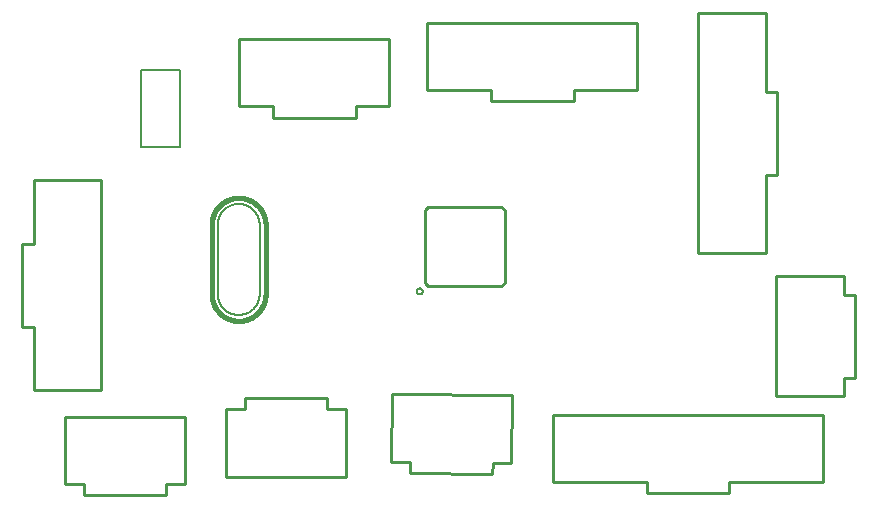
<source format=gto>
G75*
%MOIN*%
%OFA0B0*%
%FSLAX25Y25*%
%IPPOS*%
%LPD*%
%AMOC8*
5,1,8,0,0,1.08239X$1,22.5*
%
%ADD10C,0.01600*%
%ADD11C,0.00600*%
%ADD12C,0.01000*%
%ADD13C,0.00800*%
D10*
X0074400Y0075575D02*
X0074400Y0098575D01*
X0074403Y0098794D01*
X0074411Y0099013D01*
X0074424Y0099232D01*
X0074443Y0099450D01*
X0074467Y0099668D01*
X0074496Y0099885D01*
X0074530Y0100102D01*
X0074570Y0100317D01*
X0074615Y0100532D01*
X0074666Y0100745D01*
X0074721Y0100957D01*
X0074782Y0101168D01*
X0074847Y0101377D01*
X0074918Y0101584D01*
X0074994Y0101790D01*
X0075075Y0101994D01*
X0075160Y0102196D01*
X0075251Y0102395D01*
X0075346Y0102592D01*
X0075447Y0102787D01*
X0075552Y0102980D01*
X0075661Y0103170D01*
X0075775Y0103357D01*
X0075894Y0103541D01*
X0076017Y0103722D01*
X0076145Y0103900D01*
X0076277Y0104076D01*
X0076413Y0104247D01*
X0076553Y0104416D01*
X0076697Y0104581D01*
X0076845Y0104742D01*
X0076997Y0104900D01*
X0077153Y0105054D01*
X0077313Y0105204D01*
X0077476Y0105351D01*
X0077643Y0105493D01*
X0077813Y0105631D01*
X0077987Y0105765D01*
X0078163Y0105895D01*
X0078343Y0106020D01*
X0078526Y0106141D01*
X0078712Y0106257D01*
X0078900Y0106369D01*
X0079091Y0106476D01*
X0079285Y0106579D01*
X0079481Y0106677D01*
X0079679Y0106770D01*
X0079880Y0106858D01*
X0080083Y0106941D01*
X0080288Y0107020D01*
X0080494Y0107093D01*
X0080702Y0107161D01*
X0080912Y0107224D01*
X0081124Y0107282D01*
X0081336Y0107335D01*
X0081550Y0107383D01*
X0081765Y0107425D01*
X0081981Y0107462D01*
X0082198Y0107494D01*
X0082416Y0107521D01*
X0082634Y0107542D01*
X0082852Y0107558D01*
X0083071Y0107569D01*
X0083290Y0107574D01*
X0083510Y0107574D01*
X0083729Y0107569D01*
X0083948Y0107558D01*
X0084166Y0107542D01*
X0084384Y0107521D01*
X0084602Y0107494D01*
X0084819Y0107462D01*
X0085035Y0107425D01*
X0085250Y0107383D01*
X0085464Y0107335D01*
X0085676Y0107282D01*
X0085888Y0107224D01*
X0086098Y0107161D01*
X0086306Y0107093D01*
X0086512Y0107020D01*
X0086717Y0106941D01*
X0086920Y0106858D01*
X0087121Y0106770D01*
X0087319Y0106677D01*
X0087515Y0106579D01*
X0087709Y0106476D01*
X0087900Y0106369D01*
X0088088Y0106257D01*
X0088274Y0106141D01*
X0088457Y0106020D01*
X0088637Y0105895D01*
X0088813Y0105765D01*
X0088987Y0105631D01*
X0089157Y0105493D01*
X0089324Y0105351D01*
X0089487Y0105204D01*
X0089647Y0105054D01*
X0089803Y0104900D01*
X0089955Y0104742D01*
X0090103Y0104581D01*
X0090247Y0104416D01*
X0090387Y0104247D01*
X0090523Y0104076D01*
X0090655Y0103900D01*
X0090783Y0103722D01*
X0090906Y0103541D01*
X0091025Y0103357D01*
X0091139Y0103170D01*
X0091248Y0102980D01*
X0091353Y0102787D01*
X0091454Y0102592D01*
X0091549Y0102395D01*
X0091640Y0102196D01*
X0091725Y0101994D01*
X0091806Y0101790D01*
X0091882Y0101584D01*
X0091953Y0101377D01*
X0092018Y0101168D01*
X0092079Y0100957D01*
X0092134Y0100745D01*
X0092185Y0100532D01*
X0092230Y0100317D01*
X0092270Y0100102D01*
X0092304Y0099885D01*
X0092333Y0099668D01*
X0092357Y0099450D01*
X0092376Y0099232D01*
X0092389Y0099013D01*
X0092397Y0098794D01*
X0092400Y0098575D01*
X0092400Y0075575D01*
X0092397Y0075356D01*
X0092389Y0075137D01*
X0092376Y0074918D01*
X0092357Y0074700D01*
X0092333Y0074482D01*
X0092304Y0074265D01*
X0092270Y0074048D01*
X0092230Y0073833D01*
X0092185Y0073618D01*
X0092134Y0073405D01*
X0092079Y0073193D01*
X0092018Y0072982D01*
X0091953Y0072773D01*
X0091882Y0072566D01*
X0091806Y0072360D01*
X0091725Y0072156D01*
X0091640Y0071954D01*
X0091549Y0071755D01*
X0091454Y0071558D01*
X0091353Y0071363D01*
X0091248Y0071170D01*
X0091139Y0070980D01*
X0091025Y0070793D01*
X0090906Y0070609D01*
X0090783Y0070428D01*
X0090655Y0070250D01*
X0090523Y0070074D01*
X0090387Y0069903D01*
X0090247Y0069734D01*
X0090103Y0069569D01*
X0089955Y0069408D01*
X0089803Y0069250D01*
X0089647Y0069096D01*
X0089487Y0068946D01*
X0089324Y0068799D01*
X0089157Y0068657D01*
X0088987Y0068519D01*
X0088813Y0068385D01*
X0088637Y0068255D01*
X0088457Y0068130D01*
X0088274Y0068009D01*
X0088088Y0067893D01*
X0087900Y0067781D01*
X0087709Y0067674D01*
X0087515Y0067571D01*
X0087319Y0067473D01*
X0087121Y0067380D01*
X0086920Y0067292D01*
X0086717Y0067209D01*
X0086512Y0067130D01*
X0086306Y0067057D01*
X0086098Y0066989D01*
X0085888Y0066926D01*
X0085676Y0066868D01*
X0085464Y0066815D01*
X0085250Y0066767D01*
X0085035Y0066725D01*
X0084819Y0066688D01*
X0084602Y0066656D01*
X0084384Y0066629D01*
X0084166Y0066608D01*
X0083948Y0066592D01*
X0083729Y0066581D01*
X0083510Y0066576D01*
X0083290Y0066576D01*
X0083071Y0066581D01*
X0082852Y0066592D01*
X0082634Y0066608D01*
X0082416Y0066629D01*
X0082198Y0066656D01*
X0081981Y0066688D01*
X0081765Y0066725D01*
X0081550Y0066767D01*
X0081336Y0066815D01*
X0081124Y0066868D01*
X0080912Y0066926D01*
X0080702Y0066989D01*
X0080494Y0067057D01*
X0080288Y0067130D01*
X0080083Y0067209D01*
X0079880Y0067292D01*
X0079679Y0067380D01*
X0079481Y0067473D01*
X0079285Y0067571D01*
X0079091Y0067674D01*
X0078900Y0067781D01*
X0078712Y0067893D01*
X0078526Y0068009D01*
X0078343Y0068130D01*
X0078163Y0068255D01*
X0077987Y0068385D01*
X0077813Y0068519D01*
X0077643Y0068657D01*
X0077476Y0068799D01*
X0077313Y0068946D01*
X0077153Y0069096D01*
X0076997Y0069250D01*
X0076845Y0069408D01*
X0076697Y0069569D01*
X0076553Y0069734D01*
X0076413Y0069903D01*
X0076277Y0070074D01*
X0076145Y0070250D01*
X0076017Y0070428D01*
X0075894Y0070609D01*
X0075775Y0070793D01*
X0075661Y0070980D01*
X0075552Y0071170D01*
X0075447Y0071363D01*
X0075346Y0071558D01*
X0075251Y0071755D01*
X0075160Y0071954D01*
X0075075Y0072156D01*
X0074994Y0072360D01*
X0074918Y0072566D01*
X0074847Y0072773D01*
X0074782Y0072982D01*
X0074721Y0073193D01*
X0074666Y0073405D01*
X0074615Y0073618D01*
X0074570Y0073833D01*
X0074530Y0074048D01*
X0074496Y0074265D01*
X0074467Y0074482D01*
X0074443Y0074700D01*
X0074424Y0074918D01*
X0074411Y0075137D01*
X0074403Y0075356D01*
X0074400Y0075575D01*
D11*
X0076400Y0075575D02*
X0076400Y0098575D01*
X0076402Y0098745D01*
X0076408Y0098916D01*
X0076419Y0099086D01*
X0076433Y0099256D01*
X0076452Y0099425D01*
X0076475Y0099594D01*
X0076501Y0099763D01*
X0076532Y0099930D01*
X0076567Y0100097D01*
X0076607Y0100263D01*
X0076650Y0100428D01*
X0076697Y0100592D01*
X0076748Y0100754D01*
X0076803Y0100916D01*
X0076862Y0101076D01*
X0076925Y0101234D01*
X0076991Y0101391D01*
X0077062Y0101546D01*
X0077136Y0101700D01*
X0077214Y0101851D01*
X0077296Y0102001D01*
X0077381Y0102149D01*
X0077470Y0102294D01*
X0077562Y0102437D01*
X0077658Y0102578D01*
X0077757Y0102717D01*
X0077860Y0102853D01*
X0077965Y0102987D01*
X0078074Y0103118D01*
X0078187Y0103246D01*
X0078302Y0103372D01*
X0078420Y0103495D01*
X0078541Y0103614D01*
X0078666Y0103731D01*
X0078793Y0103845D01*
X0078922Y0103956D01*
X0079055Y0104063D01*
X0079190Y0104167D01*
X0079327Y0104268D01*
X0079467Y0104366D01*
X0079609Y0104460D01*
X0079753Y0104550D01*
X0079900Y0104637D01*
X0080049Y0104721D01*
X0080199Y0104800D01*
X0080352Y0104876D01*
X0080506Y0104949D01*
X0080662Y0105017D01*
X0080820Y0105082D01*
X0080979Y0105143D01*
X0081140Y0105200D01*
X0081302Y0105253D01*
X0081465Y0105302D01*
X0081629Y0105347D01*
X0081795Y0105388D01*
X0081961Y0105426D01*
X0082129Y0105459D01*
X0082297Y0105487D01*
X0082465Y0105512D01*
X0082634Y0105533D01*
X0082804Y0105550D01*
X0082974Y0105562D01*
X0083144Y0105570D01*
X0083315Y0105574D01*
X0083485Y0105574D01*
X0083656Y0105570D01*
X0083826Y0105562D01*
X0083996Y0105550D01*
X0084166Y0105533D01*
X0084335Y0105512D01*
X0084503Y0105487D01*
X0084671Y0105459D01*
X0084839Y0105426D01*
X0085005Y0105388D01*
X0085171Y0105347D01*
X0085335Y0105302D01*
X0085498Y0105253D01*
X0085660Y0105200D01*
X0085821Y0105143D01*
X0085980Y0105082D01*
X0086138Y0105017D01*
X0086294Y0104949D01*
X0086448Y0104876D01*
X0086601Y0104800D01*
X0086751Y0104721D01*
X0086900Y0104637D01*
X0087047Y0104550D01*
X0087191Y0104460D01*
X0087333Y0104366D01*
X0087473Y0104268D01*
X0087610Y0104167D01*
X0087745Y0104063D01*
X0087878Y0103956D01*
X0088007Y0103845D01*
X0088134Y0103731D01*
X0088259Y0103614D01*
X0088380Y0103495D01*
X0088498Y0103372D01*
X0088613Y0103246D01*
X0088726Y0103118D01*
X0088835Y0102987D01*
X0088940Y0102853D01*
X0089043Y0102717D01*
X0089142Y0102578D01*
X0089238Y0102437D01*
X0089330Y0102294D01*
X0089419Y0102149D01*
X0089504Y0102001D01*
X0089586Y0101851D01*
X0089664Y0101700D01*
X0089738Y0101546D01*
X0089809Y0101391D01*
X0089875Y0101234D01*
X0089938Y0101076D01*
X0089997Y0100916D01*
X0090052Y0100754D01*
X0090103Y0100592D01*
X0090150Y0100428D01*
X0090193Y0100263D01*
X0090233Y0100097D01*
X0090268Y0099930D01*
X0090299Y0099763D01*
X0090325Y0099594D01*
X0090348Y0099425D01*
X0090367Y0099256D01*
X0090381Y0099086D01*
X0090392Y0098916D01*
X0090398Y0098745D01*
X0090400Y0098575D01*
X0090400Y0075575D01*
X0090398Y0075405D01*
X0090392Y0075234D01*
X0090381Y0075064D01*
X0090367Y0074894D01*
X0090348Y0074725D01*
X0090325Y0074556D01*
X0090299Y0074387D01*
X0090268Y0074220D01*
X0090233Y0074053D01*
X0090193Y0073887D01*
X0090150Y0073722D01*
X0090103Y0073558D01*
X0090052Y0073396D01*
X0089997Y0073234D01*
X0089938Y0073074D01*
X0089875Y0072916D01*
X0089809Y0072759D01*
X0089738Y0072604D01*
X0089664Y0072450D01*
X0089586Y0072299D01*
X0089504Y0072149D01*
X0089419Y0072001D01*
X0089330Y0071856D01*
X0089238Y0071713D01*
X0089142Y0071572D01*
X0089043Y0071433D01*
X0088940Y0071297D01*
X0088835Y0071163D01*
X0088726Y0071032D01*
X0088613Y0070904D01*
X0088498Y0070778D01*
X0088380Y0070655D01*
X0088259Y0070536D01*
X0088134Y0070419D01*
X0088007Y0070305D01*
X0087878Y0070194D01*
X0087745Y0070087D01*
X0087610Y0069983D01*
X0087473Y0069882D01*
X0087333Y0069784D01*
X0087191Y0069690D01*
X0087047Y0069600D01*
X0086900Y0069513D01*
X0086751Y0069429D01*
X0086601Y0069350D01*
X0086448Y0069274D01*
X0086294Y0069201D01*
X0086138Y0069133D01*
X0085980Y0069068D01*
X0085821Y0069007D01*
X0085660Y0068950D01*
X0085498Y0068897D01*
X0085335Y0068848D01*
X0085171Y0068803D01*
X0085005Y0068762D01*
X0084839Y0068724D01*
X0084671Y0068691D01*
X0084503Y0068663D01*
X0084335Y0068638D01*
X0084166Y0068617D01*
X0083996Y0068600D01*
X0083826Y0068588D01*
X0083656Y0068580D01*
X0083485Y0068576D01*
X0083315Y0068576D01*
X0083144Y0068580D01*
X0082974Y0068588D01*
X0082804Y0068600D01*
X0082634Y0068617D01*
X0082465Y0068638D01*
X0082297Y0068663D01*
X0082129Y0068691D01*
X0081961Y0068724D01*
X0081795Y0068762D01*
X0081629Y0068803D01*
X0081465Y0068848D01*
X0081302Y0068897D01*
X0081140Y0068950D01*
X0080979Y0069007D01*
X0080820Y0069068D01*
X0080662Y0069133D01*
X0080506Y0069201D01*
X0080352Y0069274D01*
X0080199Y0069350D01*
X0080049Y0069429D01*
X0079900Y0069513D01*
X0079753Y0069600D01*
X0079609Y0069690D01*
X0079467Y0069784D01*
X0079327Y0069882D01*
X0079190Y0069983D01*
X0079055Y0070087D01*
X0078922Y0070194D01*
X0078793Y0070305D01*
X0078666Y0070419D01*
X0078541Y0070536D01*
X0078420Y0070655D01*
X0078302Y0070778D01*
X0078187Y0070904D01*
X0078074Y0071032D01*
X0077965Y0071163D01*
X0077860Y0071297D01*
X0077757Y0071433D01*
X0077658Y0071572D01*
X0077562Y0071713D01*
X0077470Y0071856D01*
X0077381Y0072001D01*
X0077296Y0072149D01*
X0077214Y0072299D01*
X0077136Y0072450D01*
X0077062Y0072604D01*
X0076991Y0072759D01*
X0076925Y0072916D01*
X0076862Y0073074D01*
X0076803Y0073234D01*
X0076748Y0073396D01*
X0076697Y0073558D01*
X0076650Y0073722D01*
X0076607Y0073887D01*
X0076567Y0074053D01*
X0076532Y0074220D01*
X0076501Y0074387D01*
X0076475Y0074556D01*
X0076452Y0074725D01*
X0076433Y0074894D01*
X0076419Y0075064D01*
X0076408Y0075234D01*
X0076402Y0075405D01*
X0076400Y0075575D01*
D12*
X0031700Y0012150D02*
X0025450Y0012150D01*
X0025450Y0034650D01*
X0065450Y0034650D01*
X0065450Y0012150D01*
X0059200Y0012150D01*
X0059200Y0008400D01*
X0031700Y0008400D01*
X0031700Y0012150D01*
X0079225Y0014625D02*
X0119225Y0014625D01*
X0119225Y0037125D01*
X0112975Y0037125D01*
X0112975Y0040875D01*
X0085475Y0040875D01*
X0085475Y0037125D01*
X0079225Y0037125D01*
X0079225Y0014625D01*
X0037575Y0043400D02*
X0037575Y0113400D01*
X0015075Y0113400D01*
X0015075Y0092150D01*
X0011325Y0092150D01*
X0011325Y0064650D01*
X0015075Y0064650D01*
X0015075Y0043400D01*
X0037575Y0043400D01*
X0134519Y0042184D02*
X0134283Y0019685D01*
X0140533Y0019620D01*
X0140494Y0015870D01*
X0167992Y0015582D01*
X0168031Y0019332D01*
X0174281Y0019266D01*
X0174517Y0041765D01*
X0134519Y0042184D01*
X0188275Y0035325D02*
X0188275Y0012825D01*
X0219525Y0012825D01*
X0219525Y0009075D01*
X0247025Y0009075D01*
X0247025Y0012825D01*
X0278275Y0012825D01*
X0278275Y0035325D01*
X0188275Y0035325D01*
X0170980Y0078113D02*
X0146570Y0078113D01*
X0145488Y0079195D01*
X0145488Y0103605D01*
X0146570Y0104687D01*
X0170980Y0104687D01*
X0172062Y0103605D01*
X0172062Y0079195D01*
X0170980Y0078113D01*
X0236575Y0089025D02*
X0259075Y0089025D01*
X0259075Y0115275D01*
X0262825Y0115275D01*
X0262825Y0142775D01*
X0259075Y0142775D01*
X0259075Y0169025D01*
X0236575Y0169025D01*
X0236575Y0089025D01*
X0262550Y0081400D02*
X0262550Y0041400D01*
X0285050Y0041400D01*
X0285050Y0047650D01*
X0288800Y0047650D01*
X0288800Y0075150D01*
X0285050Y0075150D01*
X0285050Y0081400D01*
X0262550Y0081400D01*
X0195100Y0139700D02*
X0167600Y0139700D01*
X0167600Y0143450D01*
X0146350Y0143450D01*
X0146350Y0165950D01*
X0216350Y0165950D01*
X0216350Y0143450D01*
X0195100Y0143450D01*
X0195100Y0139700D01*
X0133650Y0138075D02*
X0122400Y0138075D01*
X0122400Y0134325D01*
X0094900Y0134325D01*
X0094900Y0138075D01*
X0083650Y0138075D01*
X0083650Y0160575D01*
X0133650Y0160575D01*
X0133650Y0138075D01*
D13*
X0063850Y0150250D02*
X0063850Y0124450D01*
X0050850Y0124450D01*
X0050850Y0150250D01*
X0063850Y0150250D01*
X0142775Y0076400D02*
X0142777Y0076463D01*
X0142783Y0076525D01*
X0142793Y0076587D01*
X0142806Y0076649D01*
X0142824Y0076709D01*
X0142845Y0076768D01*
X0142870Y0076826D01*
X0142899Y0076882D01*
X0142931Y0076936D01*
X0142966Y0076988D01*
X0143004Y0077037D01*
X0143046Y0077085D01*
X0143090Y0077129D01*
X0143138Y0077171D01*
X0143187Y0077209D01*
X0143239Y0077244D01*
X0143293Y0077276D01*
X0143349Y0077305D01*
X0143407Y0077330D01*
X0143466Y0077351D01*
X0143526Y0077369D01*
X0143588Y0077382D01*
X0143650Y0077392D01*
X0143712Y0077398D01*
X0143775Y0077400D01*
X0143838Y0077398D01*
X0143900Y0077392D01*
X0143962Y0077382D01*
X0144024Y0077369D01*
X0144084Y0077351D01*
X0144143Y0077330D01*
X0144201Y0077305D01*
X0144257Y0077276D01*
X0144311Y0077244D01*
X0144363Y0077209D01*
X0144412Y0077171D01*
X0144460Y0077129D01*
X0144504Y0077085D01*
X0144546Y0077037D01*
X0144584Y0076988D01*
X0144619Y0076936D01*
X0144651Y0076882D01*
X0144680Y0076826D01*
X0144705Y0076768D01*
X0144726Y0076709D01*
X0144744Y0076649D01*
X0144757Y0076587D01*
X0144767Y0076525D01*
X0144773Y0076463D01*
X0144775Y0076400D01*
X0144773Y0076337D01*
X0144767Y0076275D01*
X0144757Y0076213D01*
X0144744Y0076151D01*
X0144726Y0076091D01*
X0144705Y0076032D01*
X0144680Y0075974D01*
X0144651Y0075918D01*
X0144619Y0075864D01*
X0144584Y0075812D01*
X0144546Y0075763D01*
X0144504Y0075715D01*
X0144460Y0075671D01*
X0144412Y0075629D01*
X0144363Y0075591D01*
X0144311Y0075556D01*
X0144257Y0075524D01*
X0144201Y0075495D01*
X0144143Y0075470D01*
X0144084Y0075449D01*
X0144024Y0075431D01*
X0143962Y0075418D01*
X0143900Y0075408D01*
X0143838Y0075402D01*
X0143775Y0075400D01*
X0143712Y0075402D01*
X0143650Y0075408D01*
X0143588Y0075418D01*
X0143526Y0075431D01*
X0143466Y0075449D01*
X0143407Y0075470D01*
X0143349Y0075495D01*
X0143293Y0075524D01*
X0143239Y0075556D01*
X0143187Y0075591D01*
X0143138Y0075629D01*
X0143090Y0075671D01*
X0143046Y0075715D01*
X0143004Y0075763D01*
X0142966Y0075812D01*
X0142931Y0075864D01*
X0142899Y0075918D01*
X0142870Y0075974D01*
X0142845Y0076032D01*
X0142824Y0076091D01*
X0142806Y0076151D01*
X0142793Y0076213D01*
X0142783Y0076275D01*
X0142777Y0076337D01*
X0142775Y0076400D01*
M02*

</source>
